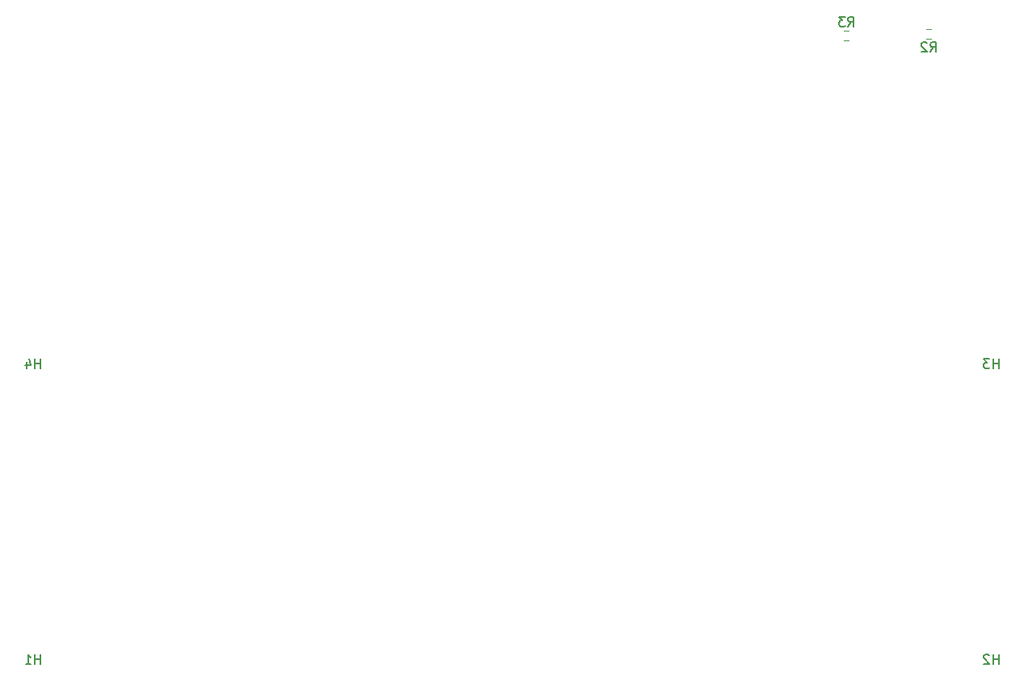
<source format=gbr>
%TF.GenerationSoftware,KiCad,Pcbnew,(6.0.5)*%
%TF.CreationDate,2022-11-21T22:14:33-06:00*%
%TF.ProjectId,A10102,41313031-3032-42e6-9b69-6361645f7063,rev?*%
%TF.SameCoordinates,Original*%
%TF.FileFunction,Legend,Bot*%
%TF.FilePolarity,Positive*%
%FSLAX46Y46*%
G04 Gerber Fmt 4.6, Leading zero omitted, Abs format (unit mm)*
G04 Created by KiCad (PCBNEW (6.0.5)) date 2022-11-21 22:14:33*
%MOMM*%
%LPD*%
G01*
G04 APERTURE LIST*
%ADD10C,0.150000*%
%ADD11C,0.120000*%
G04 APERTURE END LIST*
D10*
%TO.C,H4*%
X89581904Y-82172380D02*
X89581904Y-81172380D01*
X89581904Y-81648571D02*
X89010476Y-81648571D01*
X89010476Y-82172380D02*
X89010476Y-81172380D01*
X88105714Y-81505714D02*
X88105714Y-82172380D01*
X88343809Y-81124761D02*
X88581904Y-81839047D01*
X87962857Y-81839047D01*
%TO.C,H2*%
X189956904Y-113172380D02*
X189956904Y-112172380D01*
X189956904Y-112648571D02*
X189385476Y-112648571D01*
X189385476Y-113172380D02*
X189385476Y-112172380D01*
X188956904Y-112267619D02*
X188909285Y-112220000D01*
X188814047Y-112172380D01*
X188575952Y-112172380D01*
X188480714Y-112220000D01*
X188433095Y-112267619D01*
X188385476Y-112362857D01*
X188385476Y-112458095D01*
X188433095Y-112600952D01*
X189004523Y-113172380D01*
X188385476Y-113172380D01*
%TO.C,H3*%
X189956904Y-82172380D02*
X189956904Y-81172380D01*
X189956904Y-81648571D02*
X189385476Y-81648571D01*
X189385476Y-82172380D02*
X189385476Y-81172380D01*
X189004523Y-81172380D02*
X188385476Y-81172380D01*
X188718809Y-81553333D01*
X188575952Y-81553333D01*
X188480714Y-81600952D01*
X188433095Y-81648571D01*
X188385476Y-81743809D01*
X188385476Y-81981904D01*
X188433095Y-82077142D01*
X188480714Y-82124761D01*
X188575952Y-82172380D01*
X188861666Y-82172380D01*
X188956904Y-82124761D01*
X189004523Y-82077142D01*
%TO.C,R3*%
X174186666Y-46342380D02*
X174520000Y-45866190D01*
X174758095Y-46342380D02*
X174758095Y-45342380D01*
X174377142Y-45342380D01*
X174281904Y-45390000D01*
X174234285Y-45437619D01*
X174186666Y-45532857D01*
X174186666Y-45675714D01*
X174234285Y-45770952D01*
X174281904Y-45818571D01*
X174377142Y-45866190D01*
X174758095Y-45866190D01*
X173853333Y-45342380D02*
X173234285Y-45342380D01*
X173567619Y-45723333D01*
X173424761Y-45723333D01*
X173329523Y-45770952D01*
X173281904Y-45818571D01*
X173234285Y-45913809D01*
X173234285Y-46151904D01*
X173281904Y-46247142D01*
X173329523Y-46294761D01*
X173424761Y-46342380D01*
X173710476Y-46342380D01*
X173805714Y-46294761D01*
X173853333Y-46247142D01*
%TO.C,H1*%
X89581904Y-113172380D02*
X89581904Y-112172380D01*
X89581904Y-112648571D02*
X89010476Y-112648571D01*
X89010476Y-113172380D02*
X89010476Y-112172380D01*
X88010476Y-113172380D02*
X88581904Y-113172380D01*
X88296190Y-113172380D02*
X88296190Y-112172380D01*
X88391428Y-112315238D01*
X88486666Y-112410476D01*
X88581904Y-112458095D01*
%TO.C,R2*%
X182786666Y-49002380D02*
X183120000Y-48526190D01*
X183358095Y-49002380D02*
X183358095Y-48002380D01*
X182977142Y-48002380D01*
X182881904Y-48050000D01*
X182834285Y-48097619D01*
X182786666Y-48192857D01*
X182786666Y-48335714D01*
X182834285Y-48430952D01*
X182881904Y-48478571D01*
X182977142Y-48526190D01*
X183358095Y-48526190D01*
X182405714Y-48097619D02*
X182358095Y-48050000D01*
X182262857Y-48002380D01*
X182024761Y-48002380D01*
X181929523Y-48050000D01*
X181881904Y-48097619D01*
X181834285Y-48192857D01*
X181834285Y-48288095D01*
X181881904Y-48430952D01*
X182453333Y-49002380D01*
X181834285Y-49002380D01*
D11*
%TO.C,R3*%
X174274724Y-46797500D02*
X173765276Y-46797500D01*
X174274724Y-47842500D02*
X173765276Y-47842500D01*
%TO.C,R2*%
X182365276Y-47642500D02*
X182874724Y-47642500D01*
X182365276Y-46597500D02*
X182874724Y-46597500D01*
%TD*%
M02*

</source>
